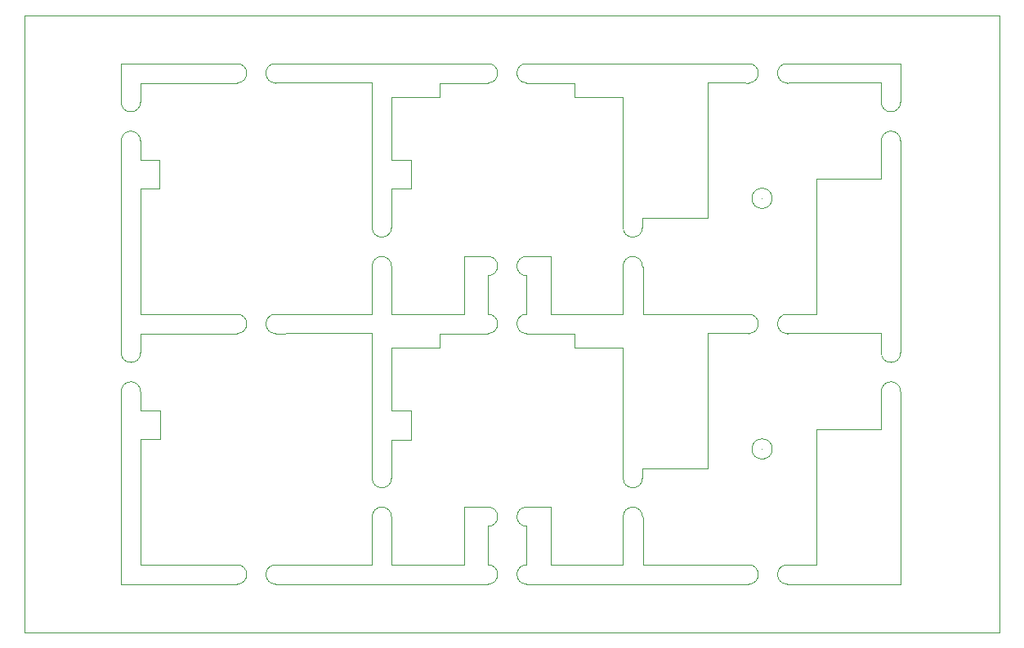
<source format=gbr>
%TF.GenerationSoftware,KiCad,Pcbnew,8.0.5*%
%TF.CreationDate,2024-11-09T23:01:36+01:00*%
%TF.ProjectId,NanoSumo_Mouse_Bites_Gerber_File,4e616e6f-5375-46d6-9f5f-4d6f7573655f,rev?*%
%TF.SameCoordinates,Original*%
%TF.FileFunction,Profile,NP*%
%FSLAX46Y46*%
G04 Gerber Fmt 4.6, Leading zero omitted, Abs format (unit mm)*
G04 Created by KiCad (PCBNEW 8.0.5) date 2024-11-09 23:01:36*
%MOMM*%
%LPD*%
G01*
G04 APERTURE LIST*
%TA.AperFunction,Profile*%
%ADD10C,0.050000*%
%TD*%
%TA.AperFunction,Profile*%
%ADD11C,0.010050*%
%TD*%
G04 APERTURE END LIST*
D10*
X134106352Y-116440448D02*
X134106352Y-112444000D01*
X106106999Y-72444000D02*
X106106999Y-94444000D01*
X160155590Y-111534000D02*
X160109999Y-111444000D01*
X148107000Y-64444000D02*
X148304000Y-64444000D01*
X134103352Y-74440448D02*
X134103352Y-67940448D01*
X171012000Y-92421590D02*
X171110000Y-92444000D01*
X132109999Y-116431000D02*
X122244000Y-116431000D01*
X148107000Y-86444000D02*
X148107000Y-90444000D01*
X139106352Y-93940448D02*
X134106352Y-93940448D01*
X184855590Y-99444000D02*
X184855590Y-98443999D01*
X153106352Y-93940448D02*
X158106352Y-93940448D01*
X132106999Y-85444000D02*
X132106999Y-90431000D01*
X110107002Y-100430998D02*
X108107000Y-100431000D01*
X184852590Y-73444000D02*
X184852590Y-72443999D01*
X139106352Y-92440448D02*
X139106352Y-93940448D01*
X136103352Y-77440448D02*
X136103352Y-74440448D01*
X160107001Y-81444000D02*
X160107001Y-80421590D01*
X122204000Y-66431000D02*
X122107000Y-66444000D01*
X139103352Y-66440448D02*
X139103352Y-67940448D01*
X118004000Y-90431000D02*
X118110000Y-90444000D01*
D11*
X172510615Y-104421590D02*
G75*
G02*
X172500565Y-104421590I-5025J0D01*
G01*
X172500565Y-104421590D02*
G75*
G02*
X172510615Y-104421590I5025J0D01*
G01*
D10*
X153106352Y-92440448D02*
X153106352Y-93940448D01*
X106104000Y-64444000D02*
X106104000Y-68444000D01*
X158109999Y-111444000D02*
X158109999Y-116440448D01*
X158103352Y-90440448D02*
X150603352Y-90440448D01*
X134110001Y-107444000D02*
X134110001Y-103440448D01*
D11*
X172507615Y-78421590D02*
G75*
G02*
X172497565Y-78421590I-5025J0D01*
G01*
X172497565Y-78421590D02*
G75*
G02*
X172507615Y-78421590I5025J0D01*
G01*
D10*
X141603352Y-90440448D02*
X141603352Y-84440448D01*
X170554800Y-66421590D02*
X171107000Y-66444000D01*
X108304000Y-90431000D02*
X108104000Y-90431000D01*
X160204000Y-80421590D02*
X160107001Y-80421590D01*
X108107000Y-93444000D02*
X108107000Y-92585600D01*
X166852590Y-80421590D02*
X166852590Y-80344000D01*
X171107000Y-64444000D02*
X148304000Y-64444000D01*
X118004000Y-66444000D02*
X108104000Y-66444000D01*
X153103352Y-66440448D02*
X153103352Y-67940448D01*
X184855590Y-92421590D02*
X184855590Y-94443999D01*
X122110000Y-118444000D02*
X144110000Y-118444000D01*
X186850755Y-68443999D02*
X186850755Y-64444000D01*
X148110000Y-92444000D02*
X153106352Y-92444000D01*
X169107000Y-90421590D02*
X160152590Y-90421590D01*
X116107000Y-116431000D02*
X108107000Y-116431000D01*
X132104000Y-66431000D02*
X132104000Y-79444000D01*
X148107000Y-66444000D02*
X153103352Y-66444000D01*
X108104000Y-67444000D02*
X108104000Y-66444000D01*
X134103352Y-77440448D02*
X136103352Y-77440448D01*
X184855590Y-92421590D02*
X176110000Y-92421590D01*
X166948000Y-92421590D02*
X166855590Y-92421590D01*
X166855590Y-106421590D02*
X166855590Y-92421590D01*
X178152590Y-90421590D02*
X175204000Y-90421590D01*
X160204000Y-80421590D02*
X166852590Y-80421590D01*
X110104000Y-77431000D02*
X108104000Y-77431000D01*
X160152590Y-86444000D02*
X160152590Y-90421590D01*
X176004000Y-66421590D02*
X175304000Y-66421590D01*
X108104000Y-72621200D02*
X108106999Y-74431000D01*
X110107000Y-103431000D02*
X110107002Y-100430998D01*
X184855590Y-102421590D02*
X178155590Y-102421590D01*
X118107000Y-64444000D02*
X106104000Y-64444000D01*
X186853755Y-118444000D02*
X186853755Y-98544000D01*
X108107000Y-103431000D02*
X108107000Y-116431000D01*
X184852590Y-73444000D02*
X184852590Y-76421590D01*
X175304000Y-66421590D02*
X175107000Y-66444000D01*
X141603352Y-84440448D02*
X143107000Y-84440448D01*
X160152590Y-86444000D02*
X160152590Y-85644000D01*
X108106999Y-72444000D02*
X108104000Y-72621200D01*
X122193200Y-92433200D02*
X122110000Y-92444000D01*
X160191600Y-106421590D02*
X166855590Y-106421590D01*
X166852590Y-80344000D02*
X166852590Y-66421590D01*
X134107001Y-81444000D02*
X134107001Y-77440448D01*
X158106999Y-85444000D02*
X158106999Y-90440448D01*
X141603352Y-90440448D02*
X134103352Y-90440448D01*
X184852590Y-66421590D02*
X184852590Y-68443999D01*
X184852590Y-76421590D02*
X178152590Y-76421590D01*
X175228400Y-92421590D02*
X175110000Y-92444000D01*
X158106352Y-116440448D02*
X150606352Y-116440448D01*
X139103352Y-66440448D02*
X143107000Y-66440448D01*
X176110000Y-92421590D02*
X175228400Y-92421590D01*
X178155590Y-116421590D02*
X178155590Y-102421590D01*
X158103352Y-67940448D02*
X158103352Y-80444000D01*
X136103352Y-74440448D02*
X134103352Y-74440448D01*
X148110000Y-110444000D02*
X150606352Y-110444000D01*
X160110001Y-107444000D02*
X160110001Y-106421590D01*
X148110000Y-118444000D02*
X171012000Y-118444000D01*
X134106352Y-112444000D02*
X134106352Y-111444000D01*
X122204000Y-90431000D02*
X122110000Y-90444000D01*
X110107000Y-103431000D02*
X108107000Y-103431000D01*
X106191200Y-118444000D02*
X117875200Y-118444000D01*
X132104000Y-79444000D02*
X132104000Y-81344000D01*
X160152590Y-85644000D02*
X160106999Y-85444000D01*
X108104000Y-67444000D02*
X108104000Y-68444000D01*
X106104000Y-98444000D02*
X106104000Y-118444000D01*
X153103352Y-67940448D02*
X158103352Y-67940448D01*
X132104000Y-90431000D02*
X124107000Y-90431000D01*
X124107000Y-66431000D02*
X122204000Y-66431000D01*
X148110000Y-112444000D02*
X148110000Y-116444000D01*
X176004000Y-66421590D02*
X176107000Y-66421590D01*
X110104000Y-77431000D02*
X110104002Y-74430998D01*
X169107000Y-116421590D02*
X171012000Y-116421590D01*
X132109999Y-111444000D02*
X132109999Y-116431000D01*
X132107000Y-105444000D02*
X132107000Y-107444000D01*
X173552590Y-78421590D02*
G75*
G02*
X171452590Y-78421590I-1050000J0D01*
G01*
X171452590Y-78421590D02*
G75*
G02*
X173552590Y-78421590I1050000J0D01*
G01*
X132104000Y-81344000D02*
X132107001Y-81444000D01*
X118004000Y-118444000D02*
X118110000Y-118444000D01*
X171012000Y-118444000D02*
X171110000Y-118444000D01*
X184852590Y-66421590D02*
X176107000Y-66421590D01*
X171004000Y-90421590D02*
X171110000Y-90444000D01*
X108104000Y-77544000D02*
X108104000Y-90431000D01*
X108107000Y-92585600D02*
X108107000Y-92444000D01*
X122244000Y-116431000D02*
X122110000Y-116444000D01*
X106191200Y-118444000D02*
X106104000Y-118444000D01*
X143110000Y-110440448D02*
X144110000Y-110440448D01*
X148204000Y-84444000D02*
X148107000Y-84444000D01*
X144107000Y-64444000D02*
X122107000Y-64444000D01*
X134106352Y-100440448D02*
X134106352Y-93940448D01*
X132107000Y-92431000D02*
X124110000Y-92431000D01*
X178155590Y-116421590D02*
X175228400Y-116421590D01*
X118110000Y-92444000D02*
X108107000Y-92444000D01*
X141606352Y-116440448D02*
X134106352Y-116440448D01*
X158103352Y-80444000D02*
X158103352Y-81444000D01*
X144110000Y-90444000D02*
X144110000Y-86444000D01*
X132107000Y-92431000D02*
X132107000Y-105444000D01*
X148204000Y-84444000D02*
X150603352Y-84444000D01*
X184855590Y-99444000D02*
X184855590Y-102421590D01*
X173555590Y-104421590D02*
G75*
G02*
X171455590Y-104421590I-1050000J0D01*
G01*
X171455590Y-104421590D02*
G75*
G02*
X173555590Y-104421590I1050000J0D01*
G01*
X132104000Y-66431000D02*
X124107000Y-66431000D01*
X108107000Y-93444000D02*
X108107000Y-94444000D01*
X178152590Y-90421590D02*
X178152590Y-76421590D01*
X150603352Y-84440448D02*
X150603352Y-90440448D01*
X141606352Y-110440448D02*
X143110000Y-110440448D01*
X139106352Y-92440448D02*
X143110000Y-92440448D01*
X141606352Y-116440448D02*
X141606352Y-110440448D01*
X160191600Y-106421590D02*
X160110001Y-106421590D01*
X150606352Y-110440448D02*
X150606352Y-116440448D01*
X117976800Y-116431000D02*
X118110000Y-116444000D01*
X144110000Y-112550000D02*
X144110000Y-112444000D01*
X158106352Y-106444000D02*
X158106352Y-107444000D01*
X144110000Y-116444000D02*
X144110000Y-112550000D01*
X171012000Y-116421590D02*
X171110000Y-116444000D01*
X166948000Y-92421590D02*
X171012000Y-92421590D01*
X143110000Y-92440448D02*
X144110000Y-92440448D01*
X117875200Y-118444000D02*
X118004000Y-118444000D01*
X136106352Y-103440448D02*
X136106352Y-100440448D01*
X186853755Y-94443999D02*
X186853755Y-72443999D01*
X116107000Y-116431000D02*
X117976800Y-116431000D01*
X175110000Y-118444000D02*
X186853755Y-118444000D01*
X175204000Y-90421590D02*
X175110000Y-90444000D01*
X169107000Y-90421590D02*
X171004000Y-90421590D01*
X118004000Y-66444000D02*
X118107000Y-66444000D01*
X108304000Y-74431000D02*
X108106999Y-74431000D01*
X134106352Y-103440448D02*
X136106352Y-103440448D01*
X166904000Y-66421590D02*
X166852590Y-66421590D01*
X108104000Y-77431000D02*
X108104000Y-77544000D01*
X96104000Y-59444000D02*
X197104000Y-59444000D01*
X197104000Y-123444000D01*
X96104000Y-123444000D01*
X96104000Y-59444000D01*
X158106352Y-93940448D02*
X158106352Y-106444000D01*
X110104002Y-74430998D02*
X108304000Y-74431000D01*
X108109999Y-98444000D02*
X108109999Y-100431000D01*
X124107000Y-90431000D02*
X122204000Y-90431000D01*
X139103352Y-67940448D02*
X134103352Y-67940448D01*
X186850755Y-64444000D02*
X175107000Y-64444000D01*
X134103352Y-86444000D02*
X134103352Y-85444000D01*
X169107000Y-116421590D02*
X160155590Y-116421590D01*
X124110000Y-92431000D02*
X122193200Y-92433200D01*
X136106352Y-100440448D02*
X134106352Y-100440448D01*
X160155590Y-112444000D02*
X160155590Y-116421590D01*
X108304000Y-90431000D02*
X118004000Y-90431000D01*
X143107000Y-84440448D02*
X144107000Y-84440448D01*
X143107000Y-66440448D02*
X144107000Y-66440448D01*
X134103352Y-90440448D02*
X134103352Y-86444000D01*
X166904000Y-66421590D02*
X170554800Y-66421590D01*
X175228400Y-116421590D02*
X175110000Y-116444000D01*
X186853753Y-98443999D02*
X186853755Y-98544000D01*
X160155590Y-112444000D02*
X160155590Y-111534000D01*
%TO.C,mouse-bite-2mm-slot*%
X132109999Y-111444000D02*
G75*
G02*
X134109999Y-111444000I1000000J1D01*
G01*
X134110001Y-107444000D02*
G75*
G02*
X132109999Y-107444000I-1000001J0D01*
G01*
X171110000Y-116444000D02*
G75*
G02*
X171110000Y-118444000I0J-1000000D01*
G01*
X175110000Y-118444000D02*
G75*
G02*
X175110000Y-116444000I0J1000000D01*
G01*
X106106999Y-72444000D02*
G75*
G02*
X108106999Y-72444000I1000000J1D01*
G01*
X108107001Y-68444000D02*
G75*
G02*
X106106999Y-68444000I-1000001J0D01*
G01*
X118107000Y-64444000D02*
G75*
G02*
X118107000Y-66444000I0J-1000000D01*
G01*
X122107000Y-66444000D02*
G75*
G02*
X122107000Y-64444000I0J1000000D01*
G01*
X144110000Y-90444000D02*
G75*
G02*
X144110000Y-92444000I0J-1000000D01*
G01*
X148110000Y-92444000D02*
G75*
G02*
X148110000Y-90444000I0J1000000D01*
G01*
X118110000Y-90444000D02*
G75*
G02*
X118110000Y-92444000I0J-1000000D01*
G01*
X122110000Y-92444000D02*
G75*
G02*
X122110000Y-90444000I0J1000000D01*
G01*
X144110000Y-116444000D02*
G75*
G02*
X144110000Y-118444000I0J-1000000D01*
G01*
X148110000Y-118444000D02*
G75*
G02*
X148110000Y-116444000I0J1000000D01*
G01*
X158106999Y-85444000D02*
G75*
G02*
X160106999Y-85444000I1000000J1D01*
G01*
X160107001Y-81444000D02*
G75*
G02*
X158106999Y-81444000I-1000001J0D01*
G01*
X144110000Y-110444000D02*
G75*
G02*
X144110000Y-112444000I0J-1000000D01*
G01*
X148110000Y-112444000D02*
G75*
G02*
X148110000Y-110444000I0J1000000D01*
G01*
X184850753Y-72443999D02*
G75*
G02*
X186850753Y-72443999I1000000J1D01*
G01*
X186850755Y-68443999D02*
G75*
G02*
X184850753Y-68443999I-1000001J0D01*
G01*
X158109999Y-111444000D02*
G75*
G02*
X160109999Y-111444000I1000000J1D01*
G01*
X160110001Y-107444000D02*
G75*
G02*
X158109999Y-107444000I-1000001J0D01*
G01*
X132106999Y-85444000D02*
G75*
G02*
X134106999Y-85444000I1000000J1D01*
G01*
X134107001Y-81444000D02*
G75*
G02*
X132106999Y-81444000I-1000001J0D01*
G01*
X171110000Y-90444000D02*
G75*
G02*
X171110000Y-92444000I0J-1000000D01*
G01*
X175110000Y-92444000D02*
G75*
G02*
X175110000Y-90444000I0J1000000D01*
G01*
X106109999Y-98444000D02*
G75*
G02*
X108109999Y-98444000I1000000J1D01*
G01*
X108110001Y-94444000D02*
G75*
G02*
X106109999Y-94444000I-1000001J0D01*
G01*
X184853753Y-98443999D02*
G75*
G02*
X186853753Y-98443999I1000000J1D01*
G01*
X186853755Y-94443999D02*
G75*
G02*
X184853753Y-94443999I-1000001J0D01*
G01*
X118110000Y-116444000D02*
G75*
G02*
X118110000Y-118444000I0J-1000000D01*
G01*
X122110000Y-118444000D02*
G75*
G02*
X122110000Y-116444000I0J1000000D01*
G01*
X171107000Y-64444000D02*
G75*
G02*
X171107000Y-66444000I0J-1000000D01*
G01*
X175107000Y-66444000D02*
G75*
G02*
X175107000Y-64444000I0J1000000D01*
G01*
X144107000Y-64444000D02*
G75*
G02*
X144107000Y-66444000I0J-1000000D01*
G01*
X148107000Y-66444000D02*
G75*
G02*
X148107000Y-64444000I0J1000000D01*
G01*
X144107000Y-84444000D02*
G75*
G02*
X144107000Y-86444000I0J-1000000D01*
G01*
X148107000Y-86444000D02*
G75*
G02*
X148107000Y-84444000I0J1000000D01*
G01*
%TD*%
M02*

</source>
